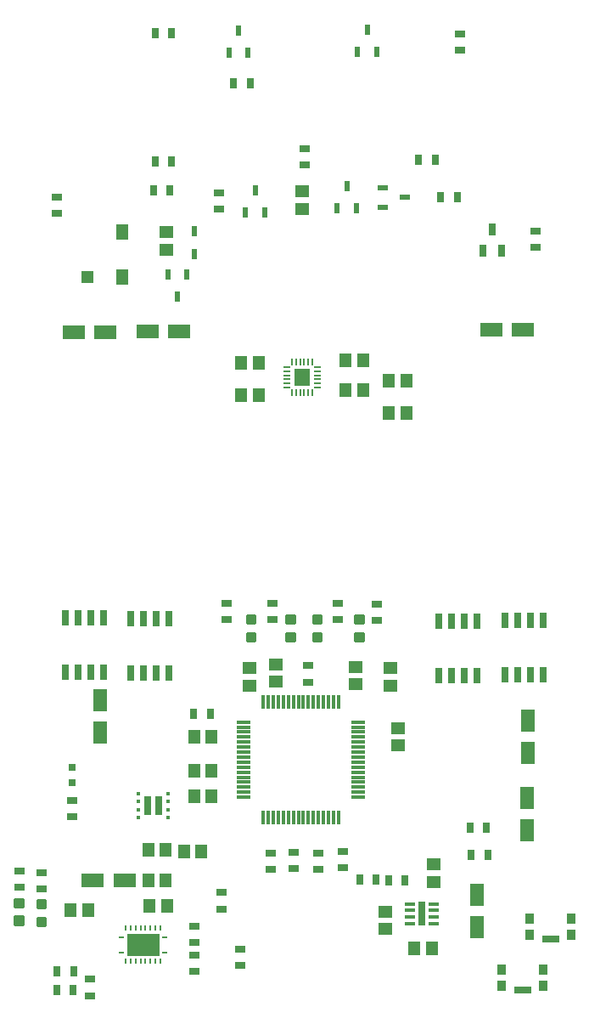
<source format=gbr>
G04 EAGLE Gerber RS-274X export*
G75*
%MOMM*%
%FSLAX34Y34*%
%LPD*%
%INSolderpaste Top*%
%IPPOS*%
%AMOC8*
5,1,8,0,0,1.08239X$1,22.5*%
G01*
%ADD10R,1.465300X1.164600*%
%ADD11R,1.164600X1.465300*%
%ADD12C,0.300000*%
%ADD13R,0.500000X1.075000*%
%ADD14R,0.450000X0.400000*%
%ADD15R,0.800000X1.900000*%
%ADD16R,1.050000X0.350000*%
%ADD17R,0.700000X2.350000*%
%ADD18R,0.650000X1.250000*%
%ADD19R,0.650000X1.528000*%
%ADD20R,0.750000X0.200000*%
%ADD21R,0.200000X0.750000*%
%ADD22R,1.590000X1.750000*%
%ADD23R,0.600000X0.240000*%
%ADD24R,0.240000X0.600000*%
%ADD25R,3.190000X2.190000*%
%ADD26R,1.450000X0.300000*%
%ADD27R,0.300000X1.450000*%
%ADD28R,2.200000X1.400000*%
%ADD29R,1.400000X2.200000*%
%ADD30R,1.300000X1.500000*%
%ADD31R,1.300000X1.300000*%
%ADD32R,0.800000X0.800000*%
%ADD33R,0.700000X1.525000*%
%ADD34R,1.050000X0.600000*%
%ADD35R,0.600000X1.050000*%
%ADD36R,0.798700X0.973900*%
%ADD37R,0.973900X0.798700*%
%ADD38R,0.900000X1.000000*%
%ADD39R,1.700000X0.800000*%


D10*
X81800Y-415714D03*
X81800Y-398206D03*
D11*
X85746Y98500D03*
X103254Y98500D03*
X85746Y130250D03*
X103254Y130250D03*
D10*
X130060Y-351216D03*
X130060Y-368724D03*
D11*
X111146Y-434900D03*
X128654Y-434900D03*
X-135506Y-392990D03*
X-153014Y-392990D03*
D10*
X-27420Y-151826D03*
X-27420Y-169334D03*
X-136640Y261196D03*
X-136640Y278704D03*
D11*
X-61574Y116280D03*
X-44066Y116280D03*
X-44066Y148030D03*
X-61574Y148030D03*
X42566Y121360D03*
X60074Y121360D03*
X42566Y150570D03*
X60074Y150570D03*
D10*
X94500Y-215326D03*
X94500Y-232834D03*
X52590Y-154366D03*
X52590Y-171874D03*
X86880Y-155636D03*
X86880Y-173144D03*
D11*
X-91056Y-258370D03*
X-108564Y-258370D03*
X-91056Y-283770D03*
X-108564Y-283770D03*
D10*
X-750Y301836D03*
X-750Y319344D03*
D11*
X-154284Y-337110D03*
X-136776Y-337110D03*
X-214246Y-396800D03*
X-231754Y-396800D03*
X-136776Y-367590D03*
X-154284Y-367590D03*
X-101216Y-338380D03*
X-118724Y-338380D03*
D10*
X-53380Y-155636D03*
X-53380Y-173144D03*
D11*
X-91056Y-224080D03*
X-108564Y-224080D03*
D12*
X-55050Y-110860D02*
X-48050Y-110860D01*
X-55050Y-110860D02*
X-55050Y-103860D01*
X-48050Y-103860D01*
X-48050Y-110860D01*
X-48050Y-108010D02*
X-55050Y-108010D01*
X-55050Y-105160D02*
X-48050Y-105160D01*
X-48050Y-128400D02*
X-55050Y-128400D01*
X-55050Y-121400D01*
X-48050Y-121400D01*
X-48050Y-128400D01*
X-48050Y-125550D02*
X-55050Y-125550D01*
X-55050Y-122700D02*
X-48050Y-122700D01*
X-15680Y-110860D02*
X-8680Y-110860D01*
X-15680Y-110860D02*
X-15680Y-103860D01*
X-8680Y-103860D01*
X-8680Y-110860D01*
X-8680Y-108010D02*
X-15680Y-108010D01*
X-15680Y-105160D02*
X-8680Y-105160D01*
X-8680Y-128400D02*
X-15680Y-128400D01*
X-15680Y-121400D01*
X-8680Y-121400D01*
X-8680Y-128400D01*
X-8680Y-125550D02*
X-15680Y-125550D01*
X-15680Y-122700D02*
X-8680Y-122700D01*
X10990Y-110860D02*
X17990Y-110860D01*
X10990Y-110860D02*
X10990Y-103860D01*
X17990Y-103860D01*
X17990Y-110860D01*
X17990Y-108010D02*
X10990Y-108010D01*
X10990Y-105160D02*
X17990Y-105160D01*
X17990Y-128400D02*
X10990Y-128400D01*
X10990Y-121400D01*
X17990Y-121400D01*
X17990Y-128400D01*
X17990Y-125550D02*
X10990Y-125550D01*
X10990Y-122700D02*
X17990Y-122700D01*
X52900Y-110860D02*
X59900Y-110860D01*
X52900Y-110860D02*
X52900Y-103860D01*
X59900Y-103860D01*
X59900Y-110860D01*
X59900Y-108010D02*
X52900Y-108010D01*
X52900Y-105160D02*
X59900Y-105160D01*
X59900Y-128400D02*
X52900Y-128400D01*
X52900Y-121400D01*
X59900Y-121400D01*
X59900Y-128400D01*
X59900Y-125550D02*
X52900Y-125550D01*
X52900Y-122700D02*
X59900Y-122700D01*
X-257270Y-405220D02*
X-264270Y-405220D01*
X-257270Y-405220D02*
X-257270Y-412220D01*
X-264270Y-412220D01*
X-264270Y-405220D01*
X-264270Y-409370D02*
X-257270Y-409370D01*
X-257270Y-406520D02*
X-264270Y-406520D01*
X-264270Y-387680D02*
X-257270Y-387680D01*
X-257270Y-394680D01*
X-264270Y-394680D01*
X-264270Y-387680D01*
X-264270Y-391830D02*
X-257270Y-391830D01*
X-257270Y-388980D02*
X-264270Y-388980D01*
X-279660Y-403950D02*
X-286660Y-403950D01*
X-279660Y-403950D02*
X-279660Y-410950D01*
X-286660Y-410950D01*
X-286660Y-403950D01*
X-286660Y-408100D02*
X-279660Y-408100D01*
X-279660Y-405250D02*
X-286660Y-405250D01*
X-286660Y-386410D02*
X-279660Y-386410D01*
X-279660Y-393410D01*
X-286660Y-393410D01*
X-286660Y-386410D01*
X-286660Y-390560D02*
X-279660Y-390560D01*
X-279660Y-387710D02*
X-286660Y-387710D01*
D13*
X-108700Y279830D03*
X-108700Y256590D03*
D14*
X-134590Y-304660D03*
X-134590Y-296660D03*
X-134590Y-288660D03*
X-134590Y-280660D03*
X-164090Y-280660D03*
X-164090Y-288660D03*
X-164090Y-296660D03*
X-164090Y-304660D03*
D15*
X-154840Y-292660D03*
X-143840Y-292660D03*
D16*
X107130Y-390560D03*
X107130Y-397060D03*
X107130Y-403560D03*
X107130Y-410060D03*
X130130Y-410060D03*
X130130Y-403560D03*
X130130Y-397060D03*
X130130Y-390560D03*
D17*
X118630Y-400310D03*
D18*
X179510Y259900D03*
X198510Y259900D03*
X189010Y280900D03*
D19*
X-172200Y-161020D03*
X-159500Y-161020D03*
X-146800Y-161020D03*
X-134100Y-161020D03*
X-134100Y-106800D03*
X-146800Y-106800D03*
X-159500Y-106800D03*
X-172200Y-106800D03*
X173240Y-109340D03*
X160540Y-109340D03*
X147840Y-109340D03*
X135140Y-109340D03*
X135140Y-163560D03*
X147840Y-163560D03*
X160540Y-163560D03*
X173240Y-163560D03*
D20*
X-15750Y144060D03*
X-15750Y140060D03*
X-15750Y136060D03*
X-15750Y132060D03*
X-15750Y128060D03*
X-15750Y124060D03*
D21*
X-10750Y119060D03*
X-6750Y119060D03*
X-2750Y119060D03*
X1250Y119060D03*
X5250Y119060D03*
X9250Y119060D03*
D20*
X14250Y124060D03*
X14250Y128060D03*
X14250Y132060D03*
X14250Y136060D03*
X14250Y140060D03*
X14250Y144060D03*
D21*
X9250Y149060D03*
X5250Y149060D03*
X1250Y149060D03*
X-2750Y149060D03*
X-6750Y149060D03*
X-10750Y149060D03*
D22*
X-750Y134060D03*
D23*
X-138000Y-424070D03*
D24*
X-142000Y-415070D03*
X-147000Y-415070D03*
X-152000Y-415070D03*
X-157000Y-415070D03*
X-162000Y-415070D03*
X-167000Y-415070D03*
X-172000Y-415070D03*
X-177000Y-415070D03*
D23*
X-181000Y-424070D03*
X-181000Y-439070D03*
D24*
X-177000Y-448070D03*
X-172000Y-448070D03*
X-167000Y-448070D03*
X-162000Y-448070D03*
X-157000Y-448070D03*
X-152000Y-448070D03*
X-147000Y-448070D03*
X-142000Y-448070D03*
D23*
X-138000Y-439070D03*
D25*
X-159500Y-431570D03*
D26*
X55480Y-284440D03*
X55480Y-279440D03*
X55480Y-274440D03*
X55480Y-269440D03*
X55480Y-264440D03*
X55480Y-259440D03*
X55480Y-254440D03*
X55480Y-249440D03*
X55480Y-244440D03*
X55480Y-239440D03*
X55480Y-234440D03*
X55480Y-229440D03*
X55480Y-224440D03*
X55480Y-219440D03*
X55480Y-214440D03*
X55480Y-209440D03*
D27*
X35480Y-189440D03*
X30480Y-189440D03*
X25480Y-189440D03*
X20480Y-189440D03*
X15480Y-189440D03*
X10480Y-189440D03*
X5480Y-189440D03*
X480Y-189440D03*
X-4520Y-189440D03*
X-9520Y-189440D03*
X-14520Y-189440D03*
X-19520Y-189440D03*
X-24520Y-189440D03*
X-29520Y-189440D03*
X-34520Y-189440D03*
X-39520Y-189440D03*
D26*
X-59520Y-209440D03*
X-59520Y-214440D03*
X-59520Y-219440D03*
X-59520Y-224440D03*
X-59520Y-229440D03*
X-59520Y-234440D03*
X-59520Y-239440D03*
X-59520Y-244440D03*
X-59520Y-249440D03*
X-59520Y-254440D03*
X-59520Y-259440D03*
X-59520Y-264440D03*
X-59520Y-269440D03*
X-59520Y-274440D03*
X-59520Y-279440D03*
X-59520Y-284440D03*
D27*
X-39520Y-304440D03*
X-34520Y-304440D03*
X-29520Y-304440D03*
X-24520Y-304440D03*
X-19520Y-304440D03*
X-14520Y-304440D03*
X-9520Y-304440D03*
X-4520Y-304440D03*
X480Y-304440D03*
X5480Y-304440D03*
X10480Y-304440D03*
X15480Y-304440D03*
X20480Y-304440D03*
X25480Y-304440D03*
X30480Y-304440D03*
X35480Y-304440D03*
D28*
X219720Y181050D03*
X187720Y181050D03*
D29*
X223590Y-316950D03*
X223590Y-284950D03*
X224040Y-240080D03*
X224040Y-208080D03*
D28*
X-228840Y178510D03*
X-196840Y178510D03*
D29*
X-202680Y-219760D03*
X-202680Y-187760D03*
D28*
X-209790Y-367590D03*
X-177790Y-367590D03*
X-155180Y179780D03*
X-123180Y179780D03*
D30*
X-180330Y233480D03*
X-180330Y278480D03*
D31*
X-215330Y233480D03*
D32*
X-230290Y-269960D03*
X-230290Y-254960D03*
D33*
X-236970Y-159760D03*
X-224270Y-159760D03*
X-211570Y-159760D03*
X-198870Y-159760D03*
X-198870Y-105520D03*
X-211570Y-105520D03*
X-224270Y-105520D03*
X-236970Y-105520D03*
D34*
X79690Y322630D03*
X79690Y303630D03*
X101690Y313130D03*
D35*
X54520Y458340D03*
X73520Y458340D03*
X64020Y480340D03*
X-57240Y298320D03*
X-38240Y298320D03*
X-47740Y320320D03*
X-73750Y457070D03*
X-54750Y457070D03*
X-64250Y479070D03*
X34200Y302130D03*
X53200Y302130D03*
X43700Y324130D03*
X-115710Y236500D03*
X-134710Y236500D03*
X-125210Y214500D03*
D33*
X239280Y-108060D03*
X226580Y-108060D03*
X213880Y-108060D03*
X201180Y-108060D03*
X201180Y-162300D03*
X213880Y-162300D03*
X226580Y-162300D03*
X239280Y-162300D03*
D36*
X56606Y-366630D03*
X72910Y-366630D03*
X85536Y-367020D03*
X101840Y-367020D03*
D37*
X-212280Y-465726D03*
X-212280Y-482030D03*
X-108650Y-429334D03*
X-108650Y-413030D03*
X-108610Y-441456D03*
X-108610Y-457760D03*
D36*
X-229556Y-476810D03*
X-245860Y-476810D03*
X-245184Y-457630D03*
X-228880Y-457630D03*
D37*
X-62830Y-452194D03*
X-62830Y-435890D03*
X-76140Y-90970D03*
X-76140Y-107274D03*
X-30510Y-91110D03*
X-30510Y-107414D03*
X34440Y-90970D03*
X34440Y-107274D03*
X73350Y-92240D03*
X73350Y-108544D03*
D36*
X184340Y-342070D03*
X168036Y-342070D03*
X167046Y-314410D03*
X183350Y-314410D03*
D37*
X-282950Y-358090D03*
X-282950Y-374394D03*
X-260650Y-359500D03*
X-260650Y-375804D03*
X-81160Y-395654D03*
X-81160Y-379350D03*
X-9190Y-339180D03*
X-9190Y-355484D03*
X-32050Y-339840D03*
X-32050Y-356144D03*
X39890Y-338380D03*
X39890Y-354684D03*
X15690Y-339930D03*
X15690Y-356234D03*
X-229840Y-303694D03*
X-229840Y-287390D03*
X156620Y476340D03*
X156620Y460036D03*
D36*
X-132790Y320150D03*
X-149094Y320150D03*
D37*
X-83930Y317640D03*
X-83930Y301336D03*
D36*
X-130816Y477090D03*
X-147120Y477090D03*
X-52640Y426970D03*
X-68944Y426970D03*
X-108840Y-201470D03*
X-92536Y-201470D03*
D37*
X1940Y345500D03*
X1940Y361804D03*
X232480Y279434D03*
X232480Y263130D03*
X-245560Y313304D03*
X-245560Y297000D03*
D36*
X-131246Y349180D03*
X-147550Y349180D03*
X137646Y313560D03*
X153950Y313560D03*
X131874Y350950D03*
X115570Y350950D03*
D37*
X4840Y-153306D03*
X4840Y-169610D03*
D38*
X198460Y-472110D03*
X198460Y-456110D03*
X239460Y-472110D03*
X239460Y-456110D03*
D39*
X218960Y-476110D03*
D38*
X226400Y-421310D03*
X226400Y-405310D03*
X267400Y-421310D03*
X267400Y-405310D03*
D39*
X246900Y-425310D03*
D29*
X173260Y-381910D03*
X173260Y-413910D03*
M02*

</source>
